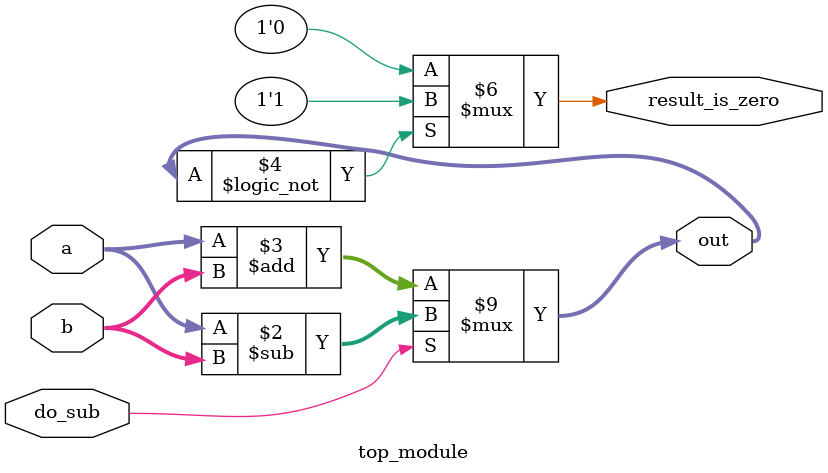
<source format=sv>
module top_module (
	input do_sub,
	input [7:0] a,
	input [7:0] b,
	output reg [7:0] out,
	output reg result_is_zero
);

always @(*) begin
	if (do_sub) begin
		out = a - b;
	end else begin
		out = a + b;
	end
	
	if (out == 8'b00000000) begin
		result_is_zero = 1'b1;
	end else begin
		result_is_zero = 1'b0;
	end
end

endmodule

</source>
